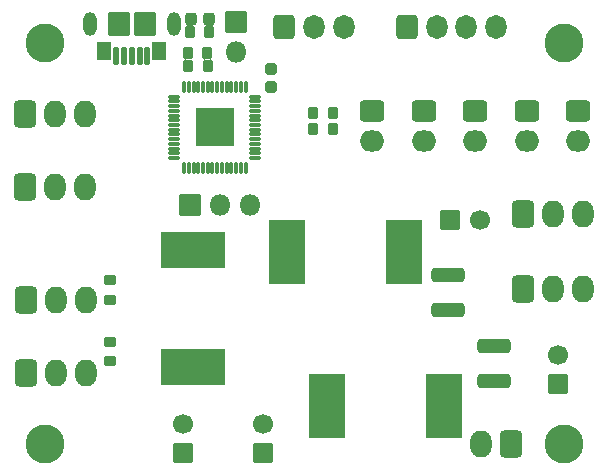
<source format=gts>
G04 #@! TF.GenerationSoftware,KiCad,Pcbnew,(6.0.7)*
G04 #@! TF.CreationDate,2022-10-27T11:43:32+02:00*
G04 #@! TF.ProjectId,hydCircCon,68796443-6972-4634-936f-6e2e6b696361,rev?*
G04 #@! TF.SameCoordinates,Original*
G04 #@! TF.FileFunction,Soldermask,Top*
G04 #@! TF.FilePolarity,Negative*
%FSLAX46Y46*%
G04 Gerber Fmt 4.6, Leading zero omitted, Abs format (unit mm)*
G04 Created by KiCad (PCBNEW (6.0.7)) date 2022-10-27 11:43:32*
%MOMM*%
%LPD*%
G01*
G04 APERTURE LIST*
G04 Aperture macros list*
%AMRoundRect*
0 Rectangle with rounded corners*
0 $1 Rounding radius*
0 $2 $3 $4 $5 $6 $7 $8 $9 X,Y pos of 4 corners*
0 Add a 4 corners polygon primitive as box body*
4,1,4,$2,$3,$4,$5,$6,$7,$8,$9,$2,$3,0*
0 Add four circle primitives for the rounded corners*
1,1,$1+$1,$2,$3*
1,1,$1+$1,$4,$5*
1,1,$1+$1,$6,$7*
1,1,$1+$1,$8,$9*
0 Add four rect primitives between the rounded corners*
20,1,$1+$1,$2,$3,$4,$5,0*
20,1,$1+$1,$4,$5,$6,$7,0*
20,1,$1+$1,$6,$7,$8,$9,0*
20,1,$1+$1,$8,$9,$2,$3,0*%
G04 Aperture macros list end*
%ADD10RoundRect,0.300000X-0.620000X-0.845000X0.620000X-0.845000X0.620000X0.845000X-0.620000X0.845000X0*%
%ADD11O,1.840000X2.290000*%
%ADD12RoundRect,0.050000X-1.450000X-2.700000X1.450000X-2.700000X1.450000X2.700000X-1.450000X2.700000X0*%
%ADD13RoundRect,0.300000X1.100000X-0.325000X1.100000X0.325000X-1.100000X0.325000X-1.100000X-0.325000X0*%
%ADD14RoundRect,0.300000X-0.750000X0.600000X-0.750000X-0.600000X0.750000X-0.600000X0.750000X0.600000X0*%
%ADD15O,2.100000X1.800000*%
%ADD16RoundRect,0.300000X-0.600000X-0.725000X0.600000X-0.725000X0.600000X0.725000X-0.600000X0.725000X0*%
%ADD17O,1.800000X2.050000*%
%ADD18RoundRect,0.250000X-0.200000X-0.275000X0.200000X-0.275000X0.200000X0.275000X-0.200000X0.275000X0*%
%ADD19RoundRect,0.250000X0.200000X0.275000X-0.200000X0.275000X-0.200000X-0.275000X0.200000X-0.275000X0*%
%ADD20C,3.300000*%
%ADD21RoundRect,0.050000X2.700000X-1.450000X2.700000X1.450000X-2.700000X1.450000X-2.700000X-1.450000X0*%
%ADD22RoundRect,0.250000X0.275000X-0.200000X0.275000X0.200000X-0.275000X0.200000X-0.275000X-0.200000X0*%
%ADD23RoundRect,0.050000X0.200000X0.700000X-0.200000X0.700000X-0.200000X-0.700000X0.200000X-0.700000X0*%
%ADD24RoundRect,0.050000X0.575000X0.725000X-0.575000X0.725000X-0.575000X-0.725000X0.575000X-0.725000X0*%
%ADD25RoundRect,0.050000X0.875000X0.950000X-0.875000X0.950000X-0.875000X-0.950000X0.875000X-0.950000X0*%
%ADD26O,1.150000X2.000000*%
%ADD27RoundRect,0.050000X-0.800000X-0.800000X0.800000X-0.800000X0.800000X0.800000X-0.800000X0.800000X0*%
%ADD28C,1.700000*%
%ADD29RoundRect,0.275000X0.250000X-0.225000X0.250000X0.225000X-0.250000X0.225000X-0.250000X-0.225000X0*%
%ADD30RoundRect,0.050000X0.800000X-0.800000X0.800000X0.800000X-0.800000X0.800000X-0.800000X-0.800000X0*%
%ADD31RoundRect,0.268750X-0.218750X-0.256250X0.218750X-0.256250X0.218750X0.256250X-0.218750X0.256250X0*%
%ADD32RoundRect,0.300000X0.620000X0.845000X-0.620000X0.845000X-0.620000X-0.845000X0.620000X-0.845000X0*%
%ADD33RoundRect,0.050000X-0.850000X-0.850000X0.850000X-0.850000X0.850000X0.850000X-0.850000X0.850000X0*%
%ADD34O,1.800000X1.800000*%
%ADD35RoundRect,0.300000X-1.100000X0.325000X-1.100000X-0.325000X1.100000X-0.325000X1.100000X0.325000X0*%
%ADD36RoundRect,0.050000X0.850000X-0.850000X0.850000X0.850000X-0.850000X0.850000X-0.850000X-0.850000X0*%
%ADD37RoundRect,0.100000X-0.387500X-0.050000X0.387500X-0.050000X0.387500X0.050000X-0.387500X0.050000X0*%
%ADD38RoundRect,0.100000X-0.050000X-0.387500X0.050000X-0.387500X0.050000X0.387500X-0.050000X0.387500X0*%
%ADD39RoundRect,0.050000X-1.600000X-1.600000X1.600000X-1.600000X1.600000X1.600000X-1.600000X1.600000X0*%
G04 APERTURE END LIST*
D10*
X149610000Y-95520000D03*
D11*
X152150000Y-95520000D03*
X154690000Y-95520000D03*
D12*
X175150000Y-120250000D03*
X185050000Y-120250000D03*
D13*
X185400000Y-112125000D03*
X185400000Y-109175000D03*
D14*
X196400000Y-95300000D03*
D15*
X196400000Y-97800000D03*
D16*
X181950000Y-88150000D03*
D17*
X184450000Y-88150000D03*
X186950000Y-88150000D03*
X189450000Y-88150000D03*
D14*
X187700000Y-95300000D03*
D15*
X187700000Y-97800000D03*
D16*
X171550000Y-88150000D03*
D17*
X174050000Y-88150000D03*
X176550000Y-88150000D03*
D18*
X163375000Y-90350000D03*
X165025000Y-90350000D03*
D19*
X175650000Y-95500000D03*
X174000000Y-95500000D03*
D20*
X195250000Y-89500000D03*
D18*
X163525000Y-88600000D03*
X165175000Y-88600000D03*
D21*
X163800000Y-117000000D03*
X163800000Y-107100000D03*
D14*
X179000000Y-95300000D03*
D15*
X179000000Y-97800000D03*
D22*
X156750000Y-111275000D03*
X156750000Y-109625000D03*
D23*
X159925000Y-90600000D03*
X159275000Y-90600000D03*
X158625000Y-90600000D03*
X157975000Y-90600000D03*
X157325000Y-90600000D03*
D24*
X156305000Y-90180000D03*
D25*
X157500000Y-87950000D03*
D24*
X160945000Y-90180000D03*
D25*
X159750000Y-87950000D03*
D26*
X162200000Y-87950000D03*
X155050000Y-87950000D03*
D10*
X149660000Y-117470000D03*
D11*
X152200000Y-117470000D03*
X154740000Y-117470000D03*
D12*
X171800000Y-107250000D03*
X181700000Y-107250000D03*
D27*
X185567621Y-104500000D03*
D28*
X188067621Y-104500000D03*
D29*
X170400000Y-93275000D03*
X170400000Y-91725000D03*
D30*
X163000000Y-124267621D03*
D28*
X163000000Y-121767621D03*
D31*
X163612500Y-87500000D03*
X165187500Y-87500000D03*
D20*
X151250000Y-123500000D03*
D32*
X190770000Y-123480000D03*
D11*
X188230000Y-123480000D03*
D20*
X151250000Y-89500000D03*
D33*
X167425000Y-87750000D03*
D34*
X167425000Y-90290000D03*
D22*
X156800000Y-116475000D03*
X156800000Y-114825000D03*
D20*
X195250000Y-123500000D03*
D35*
X189300000Y-115225000D03*
X189300000Y-118175000D03*
D10*
X149660000Y-111270000D03*
D11*
X152200000Y-111270000D03*
X154740000Y-111270000D03*
D14*
X192050000Y-95300000D03*
D15*
X192050000Y-97800000D03*
D10*
X191710000Y-104000000D03*
D11*
X194250000Y-104000000D03*
X196790000Y-104000000D03*
D36*
X163525000Y-103250000D03*
D34*
X166065000Y-103250000D03*
X168605000Y-103250000D03*
D30*
X169750000Y-124250000D03*
D28*
X169750000Y-121750000D03*
D10*
X149610000Y-101700000D03*
D11*
X152150000Y-101700000D03*
X154690000Y-101700000D03*
D14*
X183350000Y-95300000D03*
D15*
X183350000Y-97800000D03*
D10*
X191710000Y-110400000D03*
D11*
X194250000Y-110400000D03*
X196790000Y-110400000D03*
D18*
X163400000Y-91450000D03*
X165050000Y-91450000D03*
D30*
X194750000Y-118432380D03*
D28*
X194750000Y-115932380D03*
D37*
X162212500Y-94075000D03*
X162212500Y-94475000D03*
X162212500Y-94875000D03*
X162212500Y-95275000D03*
X162212500Y-95675000D03*
X162212500Y-96075000D03*
X162212500Y-96475000D03*
X162212500Y-96875000D03*
X162212500Y-97275000D03*
X162212500Y-97675000D03*
X162212500Y-98075000D03*
X162212500Y-98475000D03*
X162212500Y-98875000D03*
X162212500Y-99275000D03*
D38*
X163050000Y-100112500D03*
X163450000Y-100112500D03*
X163850000Y-100112500D03*
X164250000Y-100112500D03*
X164650000Y-100112500D03*
X165050000Y-100112500D03*
X165450000Y-100112500D03*
X165850000Y-100112500D03*
X166250000Y-100112500D03*
X166650000Y-100112500D03*
X167050000Y-100112500D03*
X167450000Y-100112500D03*
X167850000Y-100112500D03*
X168250000Y-100112500D03*
D37*
X169087500Y-99275000D03*
X169087500Y-98875000D03*
X169087500Y-98475000D03*
X169087500Y-98075000D03*
X169087500Y-97675000D03*
X169087500Y-97275000D03*
X169087500Y-96875000D03*
X169087500Y-96475000D03*
X169087500Y-96075000D03*
X169087500Y-95675000D03*
X169087500Y-95275000D03*
X169087500Y-94875000D03*
X169087500Y-94475000D03*
X169087500Y-94075000D03*
D38*
X168250000Y-93237500D03*
X167850000Y-93237500D03*
X167450000Y-93237500D03*
X167050000Y-93237500D03*
X166650000Y-93237500D03*
X166250000Y-93237500D03*
X165850000Y-93237500D03*
X165450000Y-93237500D03*
X165050000Y-93237500D03*
X164650000Y-93237500D03*
X164250000Y-93237500D03*
X163850000Y-93237500D03*
X163450000Y-93237500D03*
X163050000Y-93237500D03*
D39*
X165650000Y-96675000D03*
D19*
X175650000Y-96800000D03*
X174000000Y-96800000D03*
G36*
X163668546Y-90855373D02*
G01*
X163668936Y-90857335D01*
X163668492Y-90858070D01*
X163650218Y-90877292D01*
X163651145Y-90913919D01*
X163675612Y-90938344D01*
X163676131Y-90940275D01*
X163674718Y-90941690D01*
X163673809Y-90941721D01*
X163599801Y-90927000D01*
X163200199Y-90927000D01*
X163108348Y-90945270D01*
X163106454Y-90944627D01*
X163106064Y-90942665D01*
X163106508Y-90941930D01*
X163124782Y-90922708D01*
X163123855Y-90886081D01*
X163099388Y-90861656D01*
X163098869Y-90859725D01*
X163100282Y-90858310D01*
X163101191Y-90858279D01*
X163175199Y-90873000D01*
X163574801Y-90873000D01*
X163666652Y-90854730D01*
X163668546Y-90855373D01*
G37*
G36*
X165318546Y-90855373D02*
G01*
X165318936Y-90857335D01*
X165318492Y-90858070D01*
X165300218Y-90877292D01*
X165301145Y-90913919D01*
X165325612Y-90938344D01*
X165326131Y-90940275D01*
X165324718Y-90941690D01*
X165323809Y-90941721D01*
X165249801Y-90927000D01*
X164850199Y-90927000D01*
X164758348Y-90945270D01*
X164756454Y-90944627D01*
X164756064Y-90942665D01*
X164756508Y-90941930D01*
X164774782Y-90922708D01*
X164773855Y-90886081D01*
X164749388Y-90861656D01*
X164748869Y-90859725D01*
X164750282Y-90858310D01*
X164751191Y-90858279D01*
X164825199Y-90873000D01*
X165224801Y-90873000D01*
X165316652Y-90854730D01*
X165318546Y-90855373D01*
G37*
G36*
X163275338Y-87991737D02*
G01*
X163291683Y-88002658D01*
X163393949Y-88023000D01*
X163831051Y-88023000D01*
X163914779Y-88006346D01*
X163916673Y-88006989D01*
X163917063Y-88008951D01*
X163916014Y-88010121D01*
X163900436Y-88017385D01*
X163899852Y-88017555D01*
X163869806Y-88021510D01*
X163837728Y-88040030D01*
X163828252Y-88075394D01*
X163846710Y-88107364D01*
X163856377Y-88113098D01*
X163866566Y-88117603D01*
X163867170Y-88118017D01*
X163881480Y-88132302D01*
X163881999Y-88134233D01*
X163880586Y-88135648D01*
X163878956Y-88135380D01*
X163819892Y-88095915D01*
X163724801Y-88077000D01*
X163325199Y-88077000D01*
X163251985Y-88091563D01*
X163250091Y-88090920D01*
X163249701Y-88088958D01*
X163250783Y-88087773D01*
X163269148Y-88079616D01*
X163294670Y-88052768D01*
X163293742Y-88016130D01*
X163272800Y-87994801D01*
X163272300Y-87992865D01*
X163273727Y-87991463D01*
X163275338Y-87991737D01*
G37*
G36*
X164968949Y-88023000D02*
G01*
X165406051Y-88023000D01*
X165489777Y-88006346D01*
X165491671Y-88006989D01*
X165492061Y-88008951D01*
X165491012Y-88010121D01*
X165481279Y-88014660D01*
X165456253Y-88041970D01*
X165457852Y-88078584D01*
X165472330Y-88092775D01*
X165472867Y-88094701D01*
X165471467Y-88096130D01*
X165470291Y-88095942D01*
X165470281Y-88095992D01*
X165374801Y-88077000D01*
X164975199Y-88077000D01*
X164887963Y-88094352D01*
X164886069Y-88093709D01*
X164885679Y-88091747D01*
X164886123Y-88091012D01*
X164906258Y-88069831D01*
X164905331Y-88033192D01*
X164882000Y-88009429D01*
X164881500Y-88007493D01*
X164882927Y-88006091D01*
X164883817Y-88006066D01*
X164968949Y-88023000D01*
G37*
M02*

</source>
